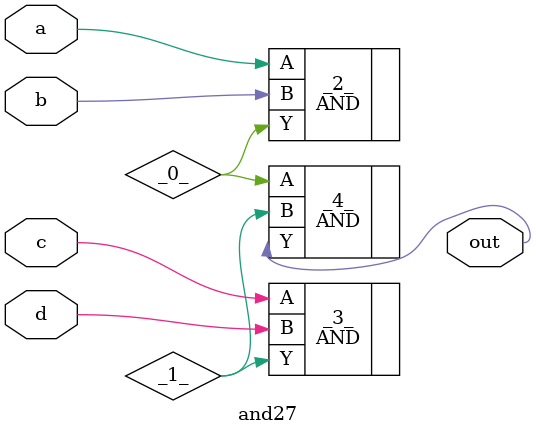
<source format=v>
/* Generated by Yosys 0.41+83 (git sha1 7045cf509, x86_64-w64-mingw32-g++ 13.2.1 -Os) */

/* cells_not_processed =  1  */
/* src = "and27.v:3.1-13.10" */
module and27(a, b, c, d, out);
  wire _0_;
  wire _1_;
  /* src = "and27.v:4.9-4.10" */
  input a;
  wire a;
  /* src = "and27.v:5.9-5.10" */
  input b;
  wire b;
  /* src = "and27.v:6.9-6.10" */
  input c;
  wire c;
  /* src = "and27.v:7.9-7.10" */
  input d;
  wire d;
  /* src = "and27.v:8.10-8.13" */
  output out;
  wire out;
  AND _2_ (
    .A(a),
    .B(b),
    .Y(_0_)
  );
  AND _3_ (
    .A(c),
    .B(d),
    .Y(_1_)
  );
  AND _4_ (
    .A(_0_),
    .B(_1_),
    .Y(out)
  );
endmodule

</source>
